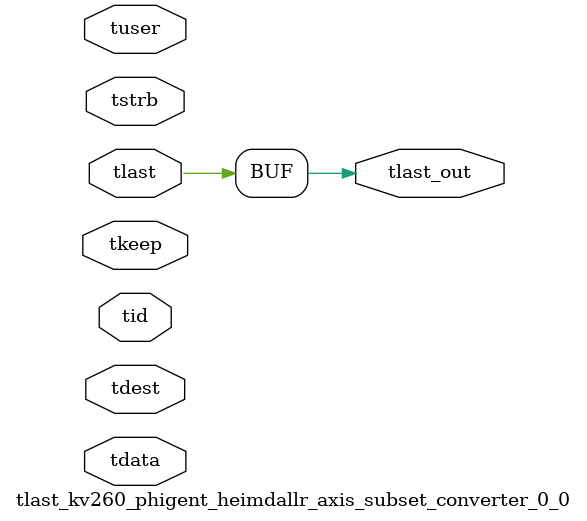
<source format=v>


`timescale 1ps/1ps

module tlast_kv260_phigent_heimdallr_axis_subset_converter_0_0 #
(
parameter C_S_AXIS_TID_WIDTH   = 1,
parameter C_S_AXIS_TUSER_WIDTH = 0,
parameter C_S_AXIS_TDATA_WIDTH = 0,
parameter C_S_AXIS_TDEST_WIDTH = 0
)
(
input  [(C_S_AXIS_TID_WIDTH   == 0 ? 1 : C_S_AXIS_TID_WIDTH)-1:0       ] tid,
input  [(C_S_AXIS_TDATA_WIDTH == 0 ? 1 : C_S_AXIS_TDATA_WIDTH)-1:0     ] tdata,
input  [(C_S_AXIS_TUSER_WIDTH == 0 ? 1 : C_S_AXIS_TUSER_WIDTH)-1:0     ] tuser,
input  [(C_S_AXIS_TDEST_WIDTH == 0 ? 1 : C_S_AXIS_TDEST_WIDTH)-1:0     ] tdest,
input  [(C_S_AXIS_TDATA_WIDTH/8)-1:0 ] tkeep,
input  [(C_S_AXIS_TDATA_WIDTH/8)-1:0 ] tstrb,
input  [0:0]                                                             tlast,
output                                                                   tlast_out
);

assign tlast_out = {tlast};

endmodule


</source>
